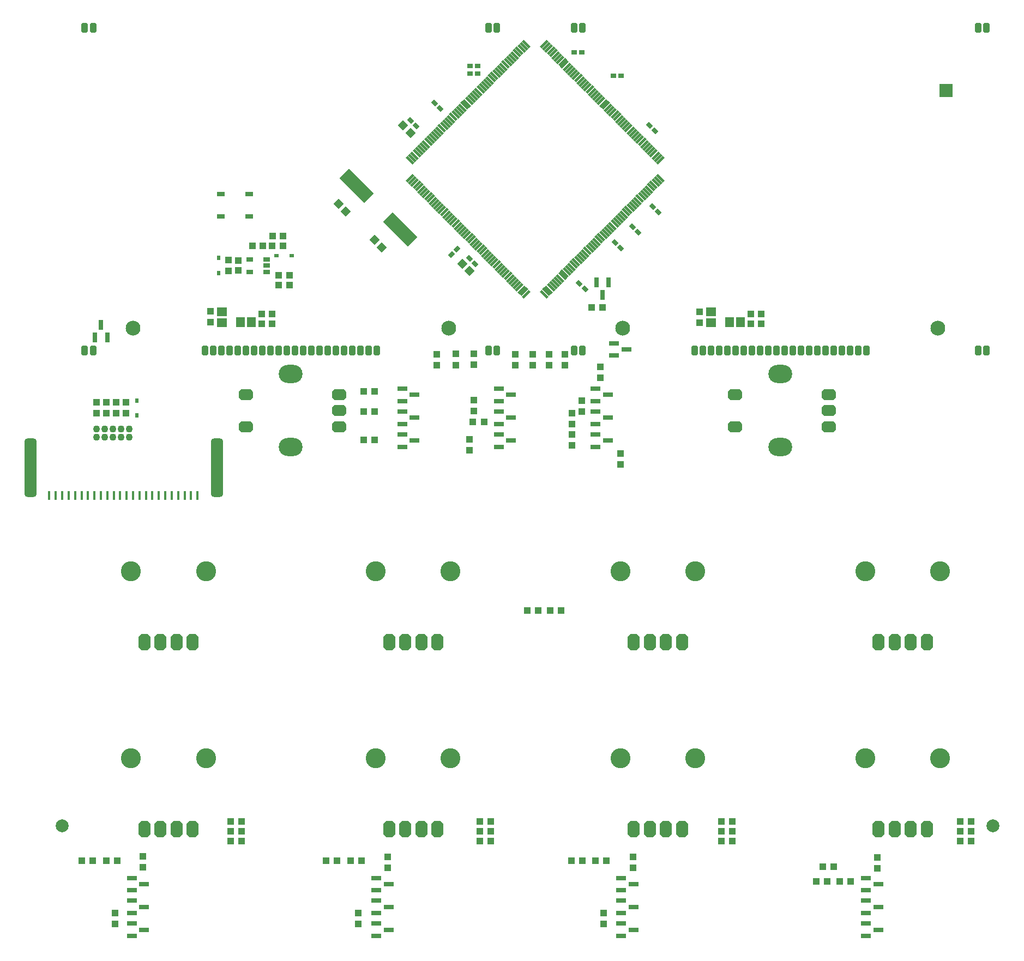
<source format=gbs>
%FSTAX23Y23*%
%MOIN*%
%SFA1B1*%

%IPPOS*%
%AMD44*
4,1,8,-0.009900,-0.031500,0.009900,-0.031500,0.019700,-0.021700,0.019700,0.021700,0.009900,0.031500,-0.009900,0.031500,-0.019700,0.021700,-0.019700,-0.021700,-0.009900,-0.031500,0.0*
%
%AMD45*
4,1,8,0.018700,0.051200,-0.018700,0.051200,-0.037400,0.032500,-0.037400,-0.032500,-0.018700,-0.051200,0.018700,-0.051200,0.037400,-0.032500,0.037400,0.032500,0.018700,0.051200,0.0*
%
%AMD49*
4,1,8,-0.043300,0.016700,-0.043300,-0.016700,-0.026600,-0.033500,0.026600,-0.033500,0.043300,-0.016700,0.043300,0.016700,0.026600,0.033500,-0.026600,0.033500,-0.043300,0.016700,0.0*
%
%AMD79*
4,1,4,0.105900,-0.047200,-0.047200,0.105900,-0.105900,0.047200,0.047200,-0.105900,0.105900,-0.047200,0.0*
%
%AMD85*
4,1,8,0.037400,-0.159400,0.037400,0.159400,0.017700,0.179200,-0.017700,0.179200,-0.037400,0.159400,-0.037400,-0.159400,-0.017700,-0.179200,0.017700,-0.179200,0.037400,-0.159400,0.0*
1,1,0.039433,0.017700,-0.159400*
1,1,0.039433,0.017700,0.159400*
1,1,0.039433,-0.017700,0.159400*
1,1,0.039433,-0.017700,-0.159400*
%
%AMD88*
4,1,4,-0.030500,0.000000,0.000000,-0.030500,0.030500,0.000000,0.000000,0.030500,-0.030500,0.000000,0.0*
%
%AMD89*
4,1,4,0.002800,-0.022300,0.022300,-0.002800,-0.002800,0.022300,-0.022300,0.002800,0.002800,-0.022300,0.0*
%
%AMD90*
4,1,4,0.022300,0.002800,0.002800,0.022300,-0.022300,-0.002800,-0.002800,-0.022300,0.022300,0.002800,0.0*
%
%AMD96*
4,1,4,0.027200,0.016000,0.016000,0.027200,-0.027200,-0.016000,-0.016000,-0.027200,0.027200,0.016000,0.0*
%
%AMD97*
4,1,4,-0.016000,0.027200,-0.027200,0.016000,0.016000,-0.027200,0.027200,-0.016000,-0.016000,0.027200,0.0*
%
%ADD29R,0.043370X0.039433*%
%ADD31C,0.078740*%
%ADD32R,0.078740X0.078740*%
%ADD33R,0.039433X0.043370*%
%ADD41R,0.055181X0.063055*%
%ADD42R,0.043370X0.043370*%
%ADD43C,0.090614*%
G04~CAMADD=44~4~0.0~0.0~394.3~630.6~0.0~98.6~0~0.0~0.0~0.0~0.0~0~0.0~0.0~0.0~0.0~0~0.0~0.0~0.0~180.0~394.0~630.0*
%ADD44D44*%
G04~CAMADD=45~4~0.0~0.0~748.7~1024.3~0.0~187.2~0~0.0~0.0~0.0~0.0~0~0.0~0.0~0.0~0.0~0~0.0~0.0~0.0~0.0~748.7~1024.3*
%ADD45D45*%
%ADD46C,0.122110*%
%ADD47C,0.043370*%
%ADD48O,0.145732X0.110299*%
G04~CAMADD=49~4~0.0~0.0~669.9~866.8~0.0~167.5~0~0.0~0.0~0.0~0.0~0~0.0~0.0~0.0~0.0~0~0.0~0.0~0.0~90.0~866.0~670.0*
%ADD49D49*%
G04~CAMADD=79~9~0.0~0.0~2165.0~830.0~0.0~0.0~0~0.0~0.0~0.0~0.0~0~0.0~0.0~0.0~0.0~0~0.0~0.0~0.0~315.0~2118.0~2117.0*
%ADD79D79*%
G04~CAMADD=85~8~0.0~0.0~3583.3~748.7~197.2~0.0~15~0.0~0.0~0.0~0.0~0~0.0~0.0~0.0~0.0~0~0.0~0.0~0.0~270.0~750.0~3584.0*
%ADD85D85*%
%ADD86R,0.015811X0.055181*%
%ADD87R,0.063055X0.027622*%
G04~CAMADD=88~10~0.0~433.7~0.0~0.0~0.0~0.0~0~0.0~0.0~0.0~0.0~0~0.0~0.0~0.0~0.0~0~0.0~0.0~0.0~135.0~433.7~0.0*
%ADD88D88*%
G04~CAMADD=89~9~0.0~0.0~276.2~355.0~0.0~0.0~0~0.0~0.0~0.0~0.0~0~0.0~0.0~0.0~0.0~0~0.0~0.0~0.0~225.0~446.0~445.0*
%ADD89D89*%
G04~CAMADD=90~9~0.0~0.0~276.2~355.0~0.0~0.0~0~0.0~0.0~0.0~0.0~0~0.0~0.0~0.0~0.0~0~0.0~0.0~0.0~315.0~446.0~445.0*
%ADD90D90*%
%ADD91R,0.035496X0.027622*%
%ADD92R,0.027622X0.063055*%
%ADD93R,0.063055X0.055181*%
%ADD94R,0.043370X0.043370*%
%ADD95R,0.043370X0.027622*%
G04~CAMADD=96~9~0.0~0.0~158.1~610.9~0.0~0.0~0~0.0~0.0~0.0~0.0~0~0.0~0.0~0.0~0.0~0~0.0~0.0~0.0~315.0~544.0~543.0*
%ADD96D96*%
G04~CAMADD=97~9~0.0~0.0~158.1~610.9~0.0~0.0~0~0.0~0.0~0.0~0.0~0~0.0~0.0~0.0~0.0~0~0.0~0.0~0.0~45.0~544.0~543.0*
%ADD97D97*%
%ADD98R,0.021716X0.031559*%
%ADD99R,0.047307X0.031559*%
%ADD100R,0.031559X0.021716*%
%LNduo_x-1*%
%LPD*%
G54D29*
X02077Y00263D03*
Y00196D03*
X03575Y00263D03*
Y00196D03*
X0507Y0026D03*
Y00193D03*
X00581Y00266D03*
Y00199D03*
X03378Y03262D03*
Y03195D03*
X02855Y03338D03*
Y03271D03*
X0316Y03338D03*
Y03271D03*
X03062Y03338D03*
Y03271D03*
X02963Y03336D03*
Y03269D03*
X02603Y0334D03*
Y03273D03*
X02493Y03339D03*
Y03272D03*
X02377Y03338D03*
Y03271D03*
X00298Y03043D03*
Y02976D03*
X0041Y-00079D03*
Y-00146D03*
X00478Y03043D03*
Y02976D03*
X01104Y03914D03*
Y03847D03*
X01898Y-00079D03*
Y-00146D03*
X03203Y0278D03*
Y02847D03*
X03202Y02911D03*
Y02978D03*
X03264Y03053D03*
Y02986D03*
X035Y02663D03*
Y0273D03*
X03983Y03531D03*
Y03598D03*
X00358Y03043D03*
Y02976D03*
X00418Y03043D03*
Y02976D03*
X00993Y03533D03*
Y036D03*
X02578Y02751D03*
Y02818D03*
X02603Y02991D03*
Y03058D03*
X03398Y-00079D03*
Y-00146D03*
G54D31*
X05778Y00455D03*
X00088D03*
G54D32*
X05489Y04952D03*
G54D33*
X05643Y0036D03*
X05576D03*
X05643Y00419D03*
X05576D03*
X05643Y00481D03*
X05576D03*
X04183Y0036D03*
X04117D03*
X04183Y00419D03*
X04117D03*
X04183Y00481D03*
X04117D03*
X02708Y0036D03*
X02641D03*
X02708Y00419D03*
X02641D03*
X02708Y00481D03*
X02641D03*
X01182Y00359D03*
X01115D03*
X01182Y00419D03*
X01115D03*
X01182Y00481D03*
X01115D03*
X00355Y0024D03*
X00422D03*
X0141Y03819D03*
X01477D03*
X01997Y0311D03*
X0193D03*
X02665Y02924D03*
X02598D03*
X03389Y03625D03*
X03322D03*
X04802Y00205D03*
X04735D03*
X04907Y00115D03*
X0484D03*
X00272Y0024D03*
X00205D03*
X0137Y03999D03*
X01437D03*
X0141Y03759D03*
X01477D03*
X01767Y0024D03*
X017D03*
X0185D03*
X01917D03*
X01997Y02814D03*
X0193D03*
X01997Y02987D03*
X0193D03*
X02997Y0177D03*
X0293D03*
X0307D03*
X03137D03*
X03267Y0024D03*
X032D03*
X03347D03*
X03414D03*
X04762Y00115D03*
X04695D03*
G54D41*
X01175Y03535D03*
X01242D03*
X04165D03*
X04232D03*
G54D42*
X01307Y03585D03*
X0137D03*
X01372Y0406D03*
X01435D03*
X04297Y03585D03*
X0436D03*
X01307Y03525D03*
X0137D03*
X01249Y03999D03*
X01312D03*
X04297Y03525D03*
X0436D03*
G54D43*
X0052Y03498D03*
X02449D03*
X05441D03*
X03512D03*
G54D44*
X00224Y05334D03*
X00275D03*
X02744Y03361D03*
X02694D03*
X02009D03*
X00959D03*
X01009D03*
X01059D03*
X01109D03*
X01159D03*
X01209D03*
X01259D03*
X01309D03*
X01359D03*
X01409D03*
X01459D03*
X01509D03*
X01559D03*
X01609D03*
X01659D03*
X01709D03*
X01759D03*
X01809D03*
X01859D03*
X01909D03*
X01959D03*
X00275D03*
X00224D03*
X02694Y05334D03*
X02744D03*
X05737D03*
X05686D03*
X03216Y03361D03*
X03267D03*
X04952D03*
X04902D03*
X04852D03*
X04802D03*
X04752D03*
X04702D03*
X04652D03*
X04602D03*
X04552D03*
X04502D03*
X04452D03*
X04402D03*
X04352D03*
X04302D03*
X04252D03*
X04202D03*
X04152D03*
X04102D03*
X04052D03*
X04002D03*
X03952D03*
X05002D03*
X05686D03*
X05737D03*
X03267Y05334D03*
X03216D03*
G54D45*
X00884Y01576D03*
X00786D03*
X00687D03*
X00589D03*
D03*
X00884Y00434D03*
X00786D03*
X00687D03*
X00589D03*
D03*
X0238D03*
X02282D03*
X02183D03*
X02085D03*
D03*
X0238Y01576D03*
X02282D03*
X02183D03*
X02085D03*
D03*
X03876Y00434D03*
X03778D03*
X03679D03*
X03581D03*
D03*
X03876Y01576D03*
X03778D03*
X03679D03*
X03581D03*
D03*
X05077Y00434D03*
D03*
X05175D03*
X05274D03*
X05372D03*
Y01576D03*
X05274D03*
X05175D03*
X05077D03*
D03*
G54D46*
X00508Y02009D03*
X00965D03*
X00508Y00867D03*
X00965D03*
X02004D03*
X02461D03*
X02004Y02009D03*
X02461D03*
X035Y00867D03*
X03957D03*
X035Y02009D03*
X03957D03*
X05453Y00867D03*
X04996D03*
Y02009D03*
X05453D03*
G54D47*
X00498Y0288D03*
X00448D03*
X00398D03*
X00348D03*
X00298Y0283D03*
Y0288D03*
X00348Y0283D03*
X00398D03*
X00448D03*
X00498D03*
G54D48*
X01484Y03217D03*
Y02769D03*
X04477Y03217D03*
Y02769D03*
G54D49*
X01209Y03091D03*
Y02895D03*
X0178Y03091D03*
Y02993D03*
Y02895D03*
X04201Y03091D03*
Y02895D03*
X04772Y03091D03*
Y02993D03*
Y02895D03*
G54D79*
X02152Y04101D03*
X01885Y04368D03*
G54D85*
X01032Y02645D03*
X-00107D03*
G54D86*
X00914Y02474D03*
X00874D03*
X00835D03*
X00795D03*
X00756D03*
X00717D03*
X00677D03*
X00638D03*
X00599D03*
X00559D03*
X0052D03*
X0048D03*
X00441D03*
X00402D03*
X00362D03*
X00323D03*
X00284D03*
X00244D03*
X00205D03*
X00165D03*
X00126D03*
X00087D03*
X00047D03*
X00008D03*
G54D87*
X00587Y-00182D03*
X00512Y-00144D03*
Y-00219D03*
X00587Y-00042D03*
X00512Y-00004D03*
Y-00079D03*
X00587Y00097D03*
X00512Y00135D03*
Y0006D03*
X02831Y0281D03*
X02756Y02847D03*
Y02772D03*
X02831Y0295D03*
X02756Y02987D03*
Y02912D03*
X02831Y0309D03*
X02756Y03127D03*
Y03052D03*
X05075Y-00182D03*
X05Y-00144D03*
Y-00219D03*
X05075Y-00042D03*
X05Y-00004D03*
Y-00079D03*
X05075Y00097D03*
X05Y00135D03*
Y0006D03*
X02083Y-00182D03*
X02008Y-00144D03*
Y-00219D03*
X02083Y00097D03*
X02008Y00135D03*
Y0006D03*
X02241Y0309D03*
X02166Y03127D03*
Y03052D03*
X02241Y0295D03*
X02166Y02987D03*
Y02912D03*
X03422Y0309D03*
X03347Y03127D03*
Y03052D03*
X03422Y0295D03*
X03347Y02987D03*
Y02912D03*
X03535Y03366D03*
X0346Y03403D03*
Y03329D03*
X03579Y-00182D03*
X03504Y-00144D03*
Y-00219D03*
X03579Y00097D03*
X03504Y00135D03*
Y0006D03*
X02083Y-00042D03*
X02008Y-00004D03*
Y-00079D03*
X02241Y0281D03*
X02166Y02847D03*
Y02772D03*
X03422Y0281D03*
X03347Y02847D03*
Y02772D03*
X03579Y-00042D03*
X03504Y-00004D03*
Y-00079D03*
G54D88*
X01776Y04257D03*
X0182Y04212D03*
X01996Y04037D03*
X0204Y03992D03*
X02215Y04692D03*
X02171Y04737D03*
X02534Y03892D03*
X02578Y03847D03*
G54D89*
X0225Y04733D03*
X02216Y04766D03*
X02397Y04842D03*
X02363Y04875D03*
X0261Y03891D03*
X02576Y03925D03*
X03248Y0377D03*
X03282Y03736D03*
X03467Y04021D03*
X03501Y03988D03*
X03573Y04118D03*
X03607Y04085D03*
X03696Y04241D03*
X0373Y04208D03*
X03676Y04736D03*
X0371Y04703D03*
G54D90*
X025Y03981D03*
X02466Y03948D03*
G54D91*
X02627Y051D03*
X0258D03*
X03215Y05185D03*
X03262D03*
X03502Y0504D03*
X03455D03*
X02627Y05053D03*
X0258D03*
G54D92*
X03352Y03777D03*
X03426D03*
X03389Y03702D03*
X00324Y03517D03*
X00287Y03442D03*
X00362D03*
G54D93*
X01063Y03598D03*
Y03531D03*
X04052Y03596D03*
Y0353D03*
G54D94*
X01164Y03849D03*
Y03912D03*
G54D95*
X01335Y03917D03*
Y03879D03*
Y03842D03*
X01232D03*
Y03917D03*
G54D96*
X02923Y03705D03*
X02909Y03719D03*
X02895Y03732D03*
X02881Y03746D03*
X02868Y0376D03*
X02854Y03774D03*
X0284Y03788D03*
X02826Y03802D03*
X02812Y03816D03*
X02798Y0383D03*
X02784Y03844D03*
X0277Y03858D03*
X02756Y03872D03*
X02742Y03886D03*
X02728Y039D03*
X02714Y03913D03*
X02701Y03927D03*
X02687Y03941D03*
X02673Y03955D03*
X02659Y03969D03*
X02645Y03983D03*
X02631Y03997D03*
X02617Y04011D03*
X02603Y04025D03*
X02589Y04039D03*
X02575Y04053D03*
X02561Y04067D03*
X02547Y0408D03*
X02533Y04094D03*
X0252Y04108D03*
X02506Y04122D03*
X02492Y04136D03*
X02478Y0415D03*
X02464Y04164D03*
X0245Y04178D03*
X02436Y04192D03*
X02422Y04206D03*
X02408Y0422D03*
X02394Y04234D03*
X0238Y04247D03*
X02366Y04261D03*
X02353Y04275D03*
X02339Y04289D03*
X02325Y04303D03*
X02311Y04317D03*
X02297Y04331D03*
X02283Y04345D03*
X02269Y04359D03*
X02255Y04373D03*
X02241Y04387D03*
X02227Y04401D03*
X02213Y04415D03*
X03033Y05234D03*
X03047Y0522D03*
X03061Y05207D03*
X03075Y05193D03*
X03089Y05179D03*
X03103Y05165D03*
X03117Y05151D03*
X03131Y05137D03*
X03145Y05123D03*
X03158Y05109D03*
X03172Y05095D03*
X03186Y05081D03*
X032Y05067D03*
X03214Y05053D03*
X03228Y0504D03*
X03242Y05026D03*
X03256Y05012D03*
X0327Y04998D03*
X03284Y04984D03*
X03298Y0497D03*
X03312Y04956D03*
X03325Y04942D03*
X03339Y04928D03*
X03353Y04914D03*
X03367Y049D03*
X03381Y04886D03*
X03395Y04872D03*
X03409Y04859D03*
X03423Y04845D03*
X03437Y04831D03*
X03451Y04817D03*
X03465Y04803D03*
X03479Y04789D03*
X03493Y04775D03*
X03506Y04761D03*
X0352Y04747D03*
X03534Y04733D03*
X03548Y04719D03*
X03562Y04705D03*
X03576Y04692D03*
X0359Y04678D03*
X03604Y04664D03*
X03618Y0465D03*
X03632Y04636D03*
X03646Y04622D03*
X0366Y04608D03*
X03673Y04594D03*
X03687Y0458D03*
X03701Y04566D03*
X03715Y04552D03*
X03729Y04538D03*
X03743Y04524D03*
G54D97*
X02213Y04524D03*
X02227Y04538D03*
X02241Y04552D03*
X02255Y04566D03*
X02269Y0458D03*
X02283Y04594D03*
X02297Y04608D03*
X02311Y04622D03*
X02325Y04636D03*
X02339Y0465D03*
X02353Y04664D03*
X02366Y04678D03*
X0238Y04692D03*
X02394Y04705D03*
X02408Y04719D03*
X02422Y04733D03*
X02436Y04747D03*
X0245Y04761D03*
X02464Y04775D03*
X02478Y04789D03*
X02492Y04803D03*
X02506Y04817D03*
X0252Y04831D03*
X02533Y04845D03*
X02547Y04859D03*
X02561Y04872D03*
X02575Y04886D03*
X02589Y049D03*
X02603Y04914D03*
X02617Y04928D03*
X02631Y04942D03*
X02645Y04956D03*
X02659Y0497D03*
X02673Y04984D03*
X02687Y04998D03*
X02701Y05012D03*
X02714Y05026D03*
X02728Y0504D03*
X02742Y05053D03*
X02756Y05067D03*
X0277Y05081D03*
X02784Y05095D03*
X02798Y05109D03*
X02812Y05123D03*
X02826Y05137D03*
X0284Y05151D03*
X02854Y05165D03*
X02868Y05179D03*
X02881Y05193D03*
X02895Y05207D03*
X02909Y0522D03*
X02923Y05234D03*
X03743Y04415D03*
X03729Y04401D03*
X03715Y04387D03*
X03701Y04373D03*
X03687Y04359D03*
X03673Y04345D03*
X0366Y04331D03*
X03646Y04317D03*
X03632Y04303D03*
X03618Y04289D03*
X03604Y04275D03*
X0359Y04261D03*
X03576Y04247D03*
X03562Y04234D03*
X03548Y0422D03*
X03534Y04206D03*
X0352Y04192D03*
X03506Y04178D03*
X03493Y04164D03*
X03479Y0415D03*
X03465Y04136D03*
X03451Y04122D03*
X03437Y04108D03*
X03423Y04094D03*
X03409Y0408D03*
X03395Y04067D03*
X03381Y04053D03*
X03367Y04039D03*
X03353Y04025D03*
X03339Y04011D03*
X03325Y03997D03*
X03312Y03983D03*
X03298Y03969D03*
X03284Y03955D03*
X0327Y03941D03*
X03256Y03927D03*
X03242Y03913D03*
X03228Y039D03*
X03214Y03886D03*
X032Y03872D03*
X03186Y03858D03*
X03172Y03844D03*
X03158Y0383D03*
X03145Y03816D03*
X03131Y03802D03*
X03117Y03788D03*
X03103Y03774D03*
X03089Y0376D03*
X03075Y03746D03*
X03061Y03732D03*
X03047Y03719D03*
X03033Y03705D03*
G54D98*
X00542Y03055D03*
Y02964D03*
X01044Y03926D03*
Y03835D03*
G54D99*
X01231Y04318D03*
X01056D03*
Y04181D03*
X01231D03*
G54D100*
X01398Y03939D03*
X01489D03*
M02*
</source>
